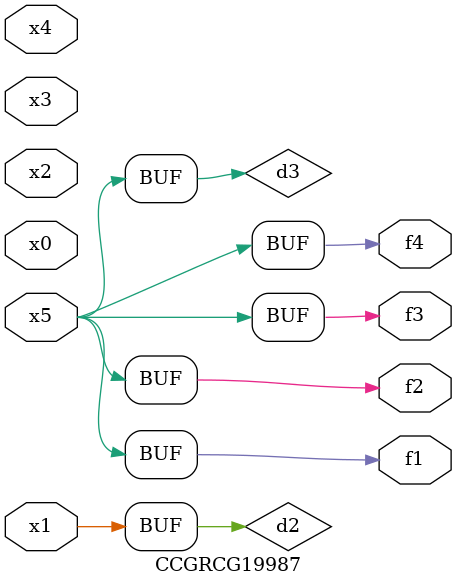
<source format=v>
module CCGRCG19987(
	input x0, x1, x2, x3, x4, x5,
	output f1, f2, f3, f4
);

	wire d1, d2, d3;

	not (d1, x5);
	or (d2, x1);
	xnor (d3, d1);
	assign f1 = d3;
	assign f2 = d3;
	assign f3 = d3;
	assign f4 = d3;
endmodule

</source>
